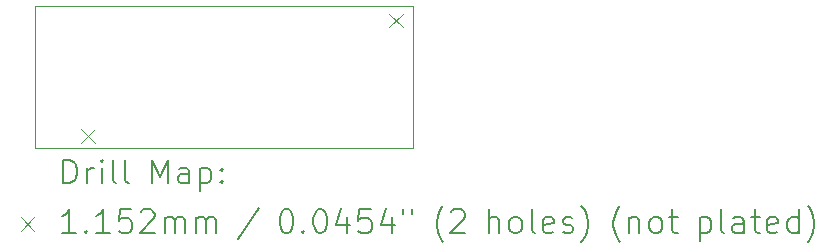
<source format=gbr>
%TF.GenerationSoftware,KiCad,Pcbnew,(7.0.0)*%
%TF.CreationDate,2024-05-20T10:49:20+02:00*%
%TF.ProjectId,TTS,5454532e-6b69-4636-9164-5f7063625858,rev?*%
%TF.SameCoordinates,PX2255100PY2ebae40*%
%TF.FileFunction,Drillmap*%
%TF.FilePolarity,Positive*%
%FSLAX45Y45*%
G04 Gerber Fmt 4.5, Leading zero omitted, Abs format (unit mm)*
G04 Created by KiCad (PCBNEW (7.0.0)) date 2024-05-20 10:49:20*
%MOMM*%
%LPD*%
G01*
G04 APERTURE LIST*
%ADD10C,0.100000*%
%ADD11C,0.200000*%
%ADD12C,0.115200*%
G04 APERTURE END LIST*
D10*
X0Y1200000D02*
X3200000Y1200000D01*
X3200000Y1200000D02*
X3200000Y0D01*
X3200000Y0D02*
X0Y0D01*
X0Y0D02*
X0Y1200000D01*
D11*
D12*
X392400Y157600D02*
X507600Y42400D01*
X507600Y157600D02*
X392400Y42400D01*
X3002400Y1137600D02*
X3117600Y1022400D01*
X3117600Y1137600D02*
X3002400Y1022400D01*
D11*
X242619Y-298476D02*
X242619Y-98476D01*
X242619Y-98476D02*
X290238Y-98476D01*
X290238Y-98476D02*
X318810Y-108000D01*
X318810Y-108000D02*
X337857Y-127048D01*
X337857Y-127048D02*
X347381Y-146095D01*
X347381Y-146095D02*
X356905Y-184190D01*
X356905Y-184190D02*
X356905Y-212762D01*
X356905Y-212762D02*
X347381Y-250857D01*
X347381Y-250857D02*
X337857Y-269905D01*
X337857Y-269905D02*
X318810Y-288952D01*
X318810Y-288952D02*
X290238Y-298476D01*
X290238Y-298476D02*
X242619Y-298476D01*
X442619Y-298476D02*
X442619Y-165143D01*
X442619Y-203238D02*
X452143Y-184190D01*
X452143Y-184190D02*
X461667Y-174667D01*
X461667Y-174667D02*
X480714Y-165143D01*
X480714Y-165143D02*
X499762Y-165143D01*
X566429Y-298476D02*
X566429Y-165143D01*
X566429Y-98476D02*
X556905Y-108000D01*
X556905Y-108000D02*
X566429Y-117524D01*
X566429Y-117524D02*
X575952Y-108000D01*
X575952Y-108000D02*
X566429Y-98476D01*
X566429Y-98476D02*
X566429Y-117524D01*
X690238Y-298476D02*
X671190Y-288952D01*
X671190Y-288952D02*
X661667Y-269905D01*
X661667Y-269905D02*
X661667Y-98476D01*
X795000Y-298476D02*
X775952Y-288952D01*
X775952Y-288952D02*
X766428Y-269905D01*
X766428Y-269905D02*
X766428Y-98476D01*
X991190Y-298476D02*
X991190Y-98476D01*
X991190Y-98476D02*
X1057857Y-241333D01*
X1057857Y-241333D02*
X1124524Y-98476D01*
X1124524Y-98476D02*
X1124524Y-298476D01*
X1305476Y-298476D02*
X1305476Y-193714D01*
X1305476Y-193714D02*
X1295952Y-174667D01*
X1295952Y-174667D02*
X1276905Y-165143D01*
X1276905Y-165143D02*
X1238809Y-165143D01*
X1238809Y-165143D02*
X1219762Y-174667D01*
X1305476Y-288952D02*
X1286429Y-298476D01*
X1286429Y-298476D02*
X1238809Y-298476D01*
X1238809Y-298476D02*
X1219762Y-288952D01*
X1219762Y-288952D02*
X1210238Y-269905D01*
X1210238Y-269905D02*
X1210238Y-250857D01*
X1210238Y-250857D02*
X1219762Y-231809D01*
X1219762Y-231809D02*
X1238809Y-222286D01*
X1238809Y-222286D02*
X1286429Y-222286D01*
X1286429Y-222286D02*
X1305476Y-212762D01*
X1400714Y-165143D02*
X1400714Y-365143D01*
X1400714Y-174667D02*
X1419762Y-165143D01*
X1419762Y-165143D02*
X1457857Y-165143D01*
X1457857Y-165143D02*
X1476905Y-174667D01*
X1476905Y-174667D02*
X1486428Y-184190D01*
X1486428Y-184190D02*
X1495952Y-203238D01*
X1495952Y-203238D02*
X1495952Y-260381D01*
X1495952Y-260381D02*
X1486428Y-279429D01*
X1486428Y-279429D02*
X1476905Y-288952D01*
X1476905Y-288952D02*
X1457857Y-298476D01*
X1457857Y-298476D02*
X1419762Y-298476D01*
X1419762Y-298476D02*
X1400714Y-288952D01*
X1581667Y-279429D02*
X1591190Y-288952D01*
X1591190Y-288952D02*
X1581667Y-298476D01*
X1581667Y-298476D02*
X1572143Y-288952D01*
X1572143Y-288952D02*
X1581667Y-279429D01*
X1581667Y-279429D02*
X1581667Y-298476D01*
X1581667Y-174667D02*
X1591190Y-184190D01*
X1591190Y-184190D02*
X1581667Y-193714D01*
X1581667Y-193714D02*
X1572143Y-184190D01*
X1572143Y-184190D02*
X1581667Y-174667D01*
X1581667Y-174667D02*
X1581667Y-193714D01*
D12*
X-120200Y-587400D02*
X-5000Y-702600D01*
X-5000Y-587400D02*
X-120200Y-702600D01*
D11*
X347381Y-718476D02*
X233095Y-718476D01*
X290238Y-718476D02*
X290238Y-518476D01*
X290238Y-518476D02*
X271190Y-547048D01*
X271190Y-547048D02*
X252143Y-566095D01*
X252143Y-566095D02*
X233095Y-575619D01*
X433095Y-699428D02*
X442619Y-708952D01*
X442619Y-708952D02*
X433095Y-718476D01*
X433095Y-718476D02*
X423571Y-708952D01*
X423571Y-708952D02*
X433095Y-699428D01*
X433095Y-699428D02*
X433095Y-718476D01*
X633095Y-718476D02*
X518809Y-718476D01*
X575952Y-718476D02*
X575952Y-518476D01*
X575952Y-518476D02*
X556905Y-547048D01*
X556905Y-547048D02*
X537857Y-566095D01*
X537857Y-566095D02*
X518809Y-575619D01*
X814048Y-518476D02*
X718809Y-518476D01*
X718809Y-518476D02*
X709286Y-613714D01*
X709286Y-613714D02*
X718809Y-604190D01*
X718809Y-604190D02*
X737857Y-594667D01*
X737857Y-594667D02*
X785476Y-594667D01*
X785476Y-594667D02*
X804524Y-604190D01*
X804524Y-604190D02*
X814048Y-613714D01*
X814048Y-613714D02*
X823571Y-632762D01*
X823571Y-632762D02*
X823571Y-680381D01*
X823571Y-680381D02*
X814048Y-699428D01*
X814048Y-699428D02*
X804524Y-708952D01*
X804524Y-708952D02*
X785476Y-718476D01*
X785476Y-718476D02*
X737857Y-718476D01*
X737857Y-718476D02*
X718809Y-708952D01*
X718809Y-708952D02*
X709286Y-699428D01*
X899762Y-537524D02*
X909286Y-528000D01*
X909286Y-528000D02*
X928333Y-518476D01*
X928333Y-518476D02*
X975952Y-518476D01*
X975952Y-518476D02*
X995000Y-528000D01*
X995000Y-528000D02*
X1004524Y-537524D01*
X1004524Y-537524D02*
X1014048Y-556571D01*
X1014048Y-556571D02*
X1014048Y-575619D01*
X1014048Y-575619D02*
X1004524Y-604190D01*
X1004524Y-604190D02*
X890238Y-718476D01*
X890238Y-718476D02*
X1014048Y-718476D01*
X1099762Y-718476D02*
X1099762Y-585143D01*
X1099762Y-604190D02*
X1109286Y-594667D01*
X1109286Y-594667D02*
X1128333Y-585143D01*
X1128333Y-585143D02*
X1156905Y-585143D01*
X1156905Y-585143D02*
X1175952Y-594667D01*
X1175952Y-594667D02*
X1185476Y-613714D01*
X1185476Y-613714D02*
X1185476Y-718476D01*
X1185476Y-613714D02*
X1195000Y-594667D01*
X1195000Y-594667D02*
X1214048Y-585143D01*
X1214048Y-585143D02*
X1242619Y-585143D01*
X1242619Y-585143D02*
X1261667Y-594667D01*
X1261667Y-594667D02*
X1271191Y-613714D01*
X1271191Y-613714D02*
X1271191Y-718476D01*
X1366429Y-718476D02*
X1366429Y-585143D01*
X1366429Y-604190D02*
X1375952Y-594667D01*
X1375952Y-594667D02*
X1395000Y-585143D01*
X1395000Y-585143D02*
X1423571Y-585143D01*
X1423571Y-585143D02*
X1442619Y-594667D01*
X1442619Y-594667D02*
X1452143Y-613714D01*
X1452143Y-613714D02*
X1452143Y-718476D01*
X1452143Y-613714D02*
X1461667Y-594667D01*
X1461667Y-594667D02*
X1480714Y-585143D01*
X1480714Y-585143D02*
X1509286Y-585143D01*
X1509286Y-585143D02*
X1528333Y-594667D01*
X1528333Y-594667D02*
X1537857Y-613714D01*
X1537857Y-613714D02*
X1537857Y-718476D01*
X1895952Y-508952D02*
X1724524Y-766095D01*
X2120714Y-518476D02*
X2139762Y-518476D01*
X2139762Y-518476D02*
X2158810Y-528000D01*
X2158810Y-528000D02*
X2168333Y-537524D01*
X2168333Y-537524D02*
X2177857Y-556571D01*
X2177857Y-556571D02*
X2187381Y-594667D01*
X2187381Y-594667D02*
X2187381Y-642286D01*
X2187381Y-642286D02*
X2177857Y-680381D01*
X2177857Y-680381D02*
X2168333Y-699428D01*
X2168333Y-699428D02*
X2158810Y-708952D01*
X2158810Y-708952D02*
X2139762Y-718476D01*
X2139762Y-718476D02*
X2120714Y-718476D01*
X2120714Y-718476D02*
X2101667Y-708952D01*
X2101667Y-708952D02*
X2092143Y-699428D01*
X2092143Y-699428D02*
X2082619Y-680381D01*
X2082619Y-680381D02*
X2073095Y-642286D01*
X2073095Y-642286D02*
X2073095Y-594667D01*
X2073095Y-594667D02*
X2082619Y-556571D01*
X2082619Y-556571D02*
X2092143Y-537524D01*
X2092143Y-537524D02*
X2101667Y-528000D01*
X2101667Y-528000D02*
X2120714Y-518476D01*
X2273095Y-699428D02*
X2282619Y-708952D01*
X2282619Y-708952D02*
X2273095Y-718476D01*
X2273095Y-718476D02*
X2263572Y-708952D01*
X2263572Y-708952D02*
X2273095Y-699428D01*
X2273095Y-699428D02*
X2273095Y-718476D01*
X2406429Y-518476D02*
X2425476Y-518476D01*
X2425476Y-518476D02*
X2444524Y-528000D01*
X2444524Y-528000D02*
X2454048Y-537524D01*
X2454048Y-537524D02*
X2463572Y-556571D01*
X2463572Y-556571D02*
X2473095Y-594667D01*
X2473095Y-594667D02*
X2473095Y-642286D01*
X2473095Y-642286D02*
X2463572Y-680381D01*
X2463572Y-680381D02*
X2454048Y-699428D01*
X2454048Y-699428D02*
X2444524Y-708952D01*
X2444524Y-708952D02*
X2425476Y-718476D01*
X2425476Y-718476D02*
X2406429Y-718476D01*
X2406429Y-718476D02*
X2387381Y-708952D01*
X2387381Y-708952D02*
X2377857Y-699428D01*
X2377857Y-699428D02*
X2368333Y-680381D01*
X2368333Y-680381D02*
X2358810Y-642286D01*
X2358810Y-642286D02*
X2358810Y-594667D01*
X2358810Y-594667D02*
X2368333Y-556571D01*
X2368333Y-556571D02*
X2377857Y-537524D01*
X2377857Y-537524D02*
X2387381Y-528000D01*
X2387381Y-528000D02*
X2406429Y-518476D01*
X2644524Y-585143D02*
X2644524Y-718476D01*
X2596905Y-508952D02*
X2549286Y-651810D01*
X2549286Y-651810D02*
X2673095Y-651810D01*
X2844524Y-518476D02*
X2749286Y-518476D01*
X2749286Y-518476D02*
X2739762Y-613714D01*
X2739762Y-613714D02*
X2749286Y-604190D01*
X2749286Y-604190D02*
X2768333Y-594667D01*
X2768333Y-594667D02*
X2815952Y-594667D01*
X2815952Y-594667D02*
X2835000Y-604190D01*
X2835000Y-604190D02*
X2844524Y-613714D01*
X2844524Y-613714D02*
X2854048Y-632762D01*
X2854048Y-632762D02*
X2854048Y-680381D01*
X2854048Y-680381D02*
X2844524Y-699428D01*
X2844524Y-699428D02*
X2835000Y-708952D01*
X2835000Y-708952D02*
X2815952Y-718476D01*
X2815952Y-718476D02*
X2768333Y-718476D01*
X2768333Y-718476D02*
X2749286Y-708952D01*
X2749286Y-708952D02*
X2739762Y-699428D01*
X3025476Y-585143D02*
X3025476Y-718476D01*
X2977857Y-508952D02*
X2930238Y-651810D01*
X2930238Y-651810D02*
X3054048Y-651810D01*
X3120714Y-518476D02*
X3120714Y-556571D01*
X3196905Y-518476D02*
X3196905Y-556571D01*
X3459762Y-794667D02*
X3450238Y-785143D01*
X3450238Y-785143D02*
X3431191Y-756571D01*
X3431191Y-756571D02*
X3421667Y-737524D01*
X3421667Y-737524D02*
X3412143Y-708952D01*
X3412143Y-708952D02*
X3402619Y-661333D01*
X3402619Y-661333D02*
X3402619Y-623238D01*
X3402619Y-623238D02*
X3412143Y-575619D01*
X3412143Y-575619D02*
X3421667Y-547048D01*
X3421667Y-547048D02*
X3431191Y-528000D01*
X3431191Y-528000D02*
X3450238Y-499428D01*
X3450238Y-499428D02*
X3459762Y-489905D01*
X3526429Y-537524D02*
X3535952Y-528000D01*
X3535952Y-528000D02*
X3555000Y-518476D01*
X3555000Y-518476D02*
X3602619Y-518476D01*
X3602619Y-518476D02*
X3621667Y-528000D01*
X3621667Y-528000D02*
X3631191Y-537524D01*
X3631191Y-537524D02*
X3640714Y-556571D01*
X3640714Y-556571D02*
X3640714Y-575619D01*
X3640714Y-575619D02*
X3631191Y-604190D01*
X3631191Y-604190D02*
X3516905Y-718476D01*
X3516905Y-718476D02*
X3640714Y-718476D01*
X3846429Y-718476D02*
X3846429Y-518476D01*
X3932143Y-718476D02*
X3932143Y-613714D01*
X3932143Y-613714D02*
X3922619Y-594667D01*
X3922619Y-594667D02*
X3903572Y-585143D01*
X3903572Y-585143D02*
X3875000Y-585143D01*
X3875000Y-585143D02*
X3855952Y-594667D01*
X3855952Y-594667D02*
X3846429Y-604190D01*
X4055952Y-718476D02*
X4036905Y-708952D01*
X4036905Y-708952D02*
X4027381Y-699428D01*
X4027381Y-699428D02*
X4017857Y-680381D01*
X4017857Y-680381D02*
X4017857Y-623238D01*
X4017857Y-623238D02*
X4027381Y-604190D01*
X4027381Y-604190D02*
X4036905Y-594667D01*
X4036905Y-594667D02*
X4055952Y-585143D01*
X4055952Y-585143D02*
X4084524Y-585143D01*
X4084524Y-585143D02*
X4103572Y-594667D01*
X4103572Y-594667D02*
X4113095Y-604190D01*
X4113095Y-604190D02*
X4122619Y-623238D01*
X4122619Y-623238D02*
X4122619Y-680381D01*
X4122619Y-680381D02*
X4113095Y-699428D01*
X4113095Y-699428D02*
X4103572Y-708952D01*
X4103572Y-708952D02*
X4084524Y-718476D01*
X4084524Y-718476D02*
X4055952Y-718476D01*
X4236905Y-718476D02*
X4217857Y-708952D01*
X4217857Y-708952D02*
X4208334Y-689905D01*
X4208334Y-689905D02*
X4208334Y-518476D01*
X4389286Y-708952D02*
X4370238Y-718476D01*
X4370238Y-718476D02*
X4332143Y-718476D01*
X4332143Y-718476D02*
X4313095Y-708952D01*
X4313095Y-708952D02*
X4303572Y-689905D01*
X4303572Y-689905D02*
X4303572Y-613714D01*
X4303572Y-613714D02*
X4313095Y-594667D01*
X4313095Y-594667D02*
X4332143Y-585143D01*
X4332143Y-585143D02*
X4370238Y-585143D01*
X4370238Y-585143D02*
X4389286Y-594667D01*
X4389286Y-594667D02*
X4398810Y-613714D01*
X4398810Y-613714D02*
X4398810Y-632762D01*
X4398810Y-632762D02*
X4303572Y-651810D01*
X4475000Y-708952D02*
X4494048Y-718476D01*
X4494048Y-718476D02*
X4532143Y-718476D01*
X4532143Y-718476D02*
X4551191Y-708952D01*
X4551191Y-708952D02*
X4560715Y-689905D01*
X4560715Y-689905D02*
X4560715Y-680381D01*
X4560715Y-680381D02*
X4551191Y-661333D01*
X4551191Y-661333D02*
X4532143Y-651810D01*
X4532143Y-651810D02*
X4503572Y-651810D01*
X4503572Y-651810D02*
X4484524Y-642286D01*
X4484524Y-642286D02*
X4475000Y-623238D01*
X4475000Y-623238D02*
X4475000Y-613714D01*
X4475000Y-613714D02*
X4484524Y-594667D01*
X4484524Y-594667D02*
X4503572Y-585143D01*
X4503572Y-585143D02*
X4532143Y-585143D01*
X4532143Y-585143D02*
X4551191Y-594667D01*
X4627381Y-794667D02*
X4636905Y-785143D01*
X4636905Y-785143D02*
X4655953Y-756571D01*
X4655953Y-756571D02*
X4665476Y-737524D01*
X4665476Y-737524D02*
X4675000Y-708952D01*
X4675000Y-708952D02*
X4684524Y-661333D01*
X4684524Y-661333D02*
X4684524Y-623238D01*
X4684524Y-623238D02*
X4675000Y-575619D01*
X4675000Y-575619D02*
X4665476Y-547048D01*
X4665476Y-547048D02*
X4655953Y-528000D01*
X4655953Y-528000D02*
X4636905Y-499428D01*
X4636905Y-499428D02*
X4627381Y-489905D01*
X4956905Y-794667D02*
X4947381Y-785143D01*
X4947381Y-785143D02*
X4928334Y-756571D01*
X4928334Y-756571D02*
X4918810Y-737524D01*
X4918810Y-737524D02*
X4909286Y-708952D01*
X4909286Y-708952D02*
X4899762Y-661333D01*
X4899762Y-661333D02*
X4899762Y-623238D01*
X4899762Y-623238D02*
X4909286Y-575619D01*
X4909286Y-575619D02*
X4918810Y-547048D01*
X4918810Y-547048D02*
X4928334Y-528000D01*
X4928334Y-528000D02*
X4947381Y-499428D01*
X4947381Y-499428D02*
X4956905Y-489905D01*
X5033095Y-585143D02*
X5033095Y-718476D01*
X5033095Y-604190D02*
X5042619Y-594667D01*
X5042619Y-594667D02*
X5061667Y-585143D01*
X5061667Y-585143D02*
X5090238Y-585143D01*
X5090238Y-585143D02*
X5109286Y-594667D01*
X5109286Y-594667D02*
X5118810Y-613714D01*
X5118810Y-613714D02*
X5118810Y-718476D01*
X5242619Y-718476D02*
X5223572Y-708952D01*
X5223572Y-708952D02*
X5214048Y-699428D01*
X5214048Y-699428D02*
X5204524Y-680381D01*
X5204524Y-680381D02*
X5204524Y-623238D01*
X5204524Y-623238D02*
X5214048Y-604190D01*
X5214048Y-604190D02*
X5223572Y-594667D01*
X5223572Y-594667D02*
X5242619Y-585143D01*
X5242619Y-585143D02*
X5271191Y-585143D01*
X5271191Y-585143D02*
X5290238Y-594667D01*
X5290238Y-594667D02*
X5299762Y-604190D01*
X5299762Y-604190D02*
X5309286Y-623238D01*
X5309286Y-623238D02*
X5309286Y-680381D01*
X5309286Y-680381D02*
X5299762Y-699428D01*
X5299762Y-699428D02*
X5290238Y-708952D01*
X5290238Y-708952D02*
X5271191Y-718476D01*
X5271191Y-718476D02*
X5242619Y-718476D01*
X5366429Y-585143D02*
X5442619Y-585143D01*
X5395000Y-518476D02*
X5395000Y-689905D01*
X5395000Y-689905D02*
X5404524Y-708952D01*
X5404524Y-708952D02*
X5423572Y-718476D01*
X5423572Y-718476D02*
X5442619Y-718476D01*
X5629286Y-585143D02*
X5629286Y-785143D01*
X5629286Y-594667D02*
X5648333Y-585143D01*
X5648333Y-585143D02*
X5686429Y-585143D01*
X5686429Y-585143D02*
X5705476Y-594667D01*
X5705476Y-594667D02*
X5715000Y-604190D01*
X5715000Y-604190D02*
X5724524Y-623238D01*
X5724524Y-623238D02*
X5724524Y-680381D01*
X5724524Y-680381D02*
X5715000Y-699428D01*
X5715000Y-699428D02*
X5705476Y-708952D01*
X5705476Y-708952D02*
X5686429Y-718476D01*
X5686429Y-718476D02*
X5648333Y-718476D01*
X5648333Y-718476D02*
X5629286Y-708952D01*
X5838810Y-718476D02*
X5819762Y-708952D01*
X5819762Y-708952D02*
X5810238Y-689905D01*
X5810238Y-689905D02*
X5810238Y-518476D01*
X6000714Y-718476D02*
X6000714Y-613714D01*
X6000714Y-613714D02*
X5991191Y-594667D01*
X5991191Y-594667D02*
X5972143Y-585143D01*
X5972143Y-585143D02*
X5934048Y-585143D01*
X5934048Y-585143D02*
X5915000Y-594667D01*
X6000714Y-708952D02*
X5981667Y-718476D01*
X5981667Y-718476D02*
X5934048Y-718476D01*
X5934048Y-718476D02*
X5915000Y-708952D01*
X5915000Y-708952D02*
X5905476Y-689905D01*
X5905476Y-689905D02*
X5905476Y-670857D01*
X5905476Y-670857D02*
X5915000Y-651810D01*
X5915000Y-651810D02*
X5934048Y-642286D01*
X5934048Y-642286D02*
X5981667Y-642286D01*
X5981667Y-642286D02*
X6000714Y-632762D01*
X6067381Y-585143D02*
X6143572Y-585143D01*
X6095953Y-518476D02*
X6095953Y-689905D01*
X6095953Y-689905D02*
X6105476Y-708952D01*
X6105476Y-708952D02*
X6124524Y-718476D01*
X6124524Y-718476D02*
X6143572Y-718476D01*
X6286429Y-708952D02*
X6267381Y-718476D01*
X6267381Y-718476D02*
X6229286Y-718476D01*
X6229286Y-718476D02*
X6210238Y-708952D01*
X6210238Y-708952D02*
X6200714Y-689905D01*
X6200714Y-689905D02*
X6200714Y-613714D01*
X6200714Y-613714D02*
X6210238Y-594667D01*
X6210238Y-594667D02*
X6229286Y-585143D01*
X6229286Y-585143D02*
X6267381Y-585143D01*
X6267381Y-585143D02*
X6286429Y-594667D01*
X6286429Y-594667D02*
X6295953Y-613714D01*
X6295953Y-613714D02*
X6295953Y-632762D01*
X6295953Y-632762D02*
X6200714Y-651810D01*
X6467381Y-718476D02*
X6467381Y-518476D01*
X6467381Y-708952D02*
X6448334Y-718476D01*
X6448334Y-718476D02*
X6410238Y-718476D01*
X6410238Y-718476D02*
X6391191Y-708952D01*
X6391191Y-708952D02*
X6381667Y-699428D01*
X6381667Y-699428D02*
X6372143Y-680381D01*
X6372143Y-680381D02*
X6372143Y-623238D01*
X6372143Y-623238D02*
X6381667Y-604190D01*
X6381667Y-604190D02*
X6391191Y-594667D01*
X6391191Y-594667D02*
X6410238Y-585143D01*
X6410238Y-585143D02*
X6448334Y-585143D01*
X6448334Y-585143D02*
X6467381Y-594667D01*
X6543572Y-794667D02*
X6553095Y-785143D01*
X6553095Y-785143D02*
X6572143Y-756571D01*
X6572143Y-756571D02*
X6581667Y-737524D01*
X6581667Y-737524D02*
X6591191Y-708952D01*
X6591191Y-708952D02*
X6600714Y-661333D01*
X6600714Y-661333D02*
X6600714Y-623238D01*
X6600714Y-623238D02*
X6591191Y-575619D01*
X6591191Y-575619D02*
X6581667Y-547048D01*
X6581667Y-547048D02*
X6572143Y-528000D01*
X6572143Y-528000D02*
X6553095Y-499428D01*
X6553095Y-499428D02*
X6543572Y-489905D01*
M02*

</source>
